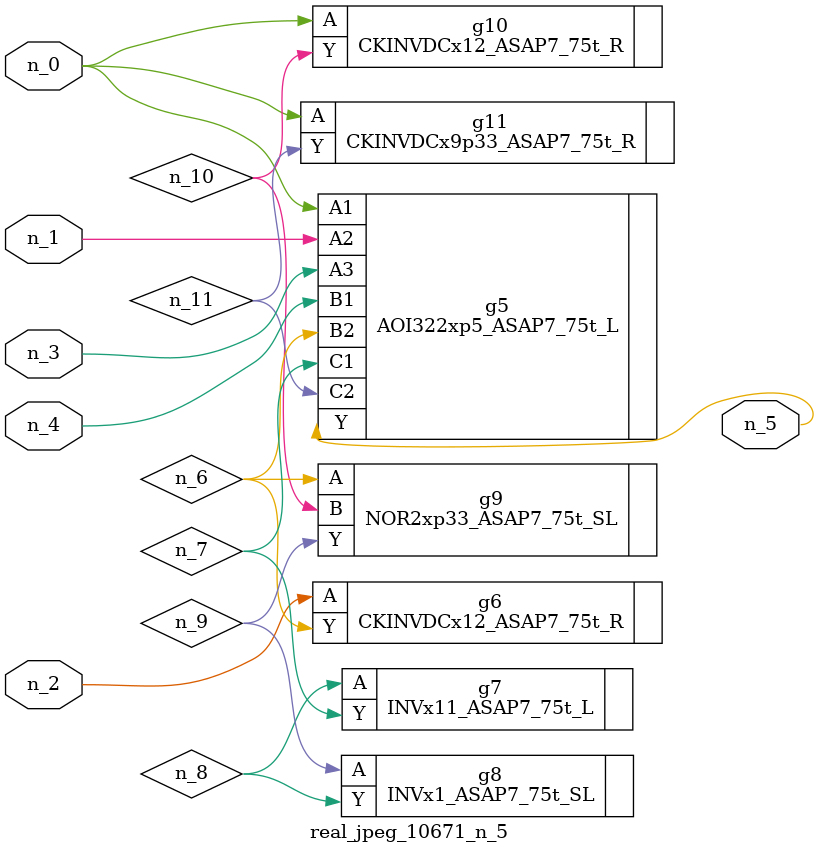
<source format=v>
module real_jpeg_10671_n_5 (n_4, n_0, n_1, n_2, n_3, n_5);

input n_4;
input n_0;
input n_1;
input n_2;
input n_3;

output n_5;

wire n_8;
wire n_11;
wire n_6;
wire n_7;
wire n_10;
wire n_9;

AOI322xp5_ASAP7_75t_L g5 ( 
.A1(n_0),
.A2(n_1),
.A3(n_3),
.B1(n_4),
.B2(n_6),
.C1(n_7),
.C2(n_11),
.Y(n_5)
);

CKINVDCx12_ASAP7_75t_R g10 ( 
.A(n_0),
.Y(n_10)
);

CKINVDCx9p33_ASAP7_75t_R g11 ( 
.A(n_0),
.Y(n_11)
);

CKINVDCx12_ASAP7_75t_R g6 ( 
.A(n_2),
.Y(n_6)
);

NOR2xp33_ASAP7_75t_SL g9 ( 
.A(n_6),
.B(n_10),
.Y(n_9)
);

INVx11_ASAP7_75t_L g7 ( 
.A(n_8),
.Y(n_7)
);

INVx1_ASAP7_75t_SL g8 ( 
.A(n_9),
.Y(n_8)
);


endmodule
</source>
